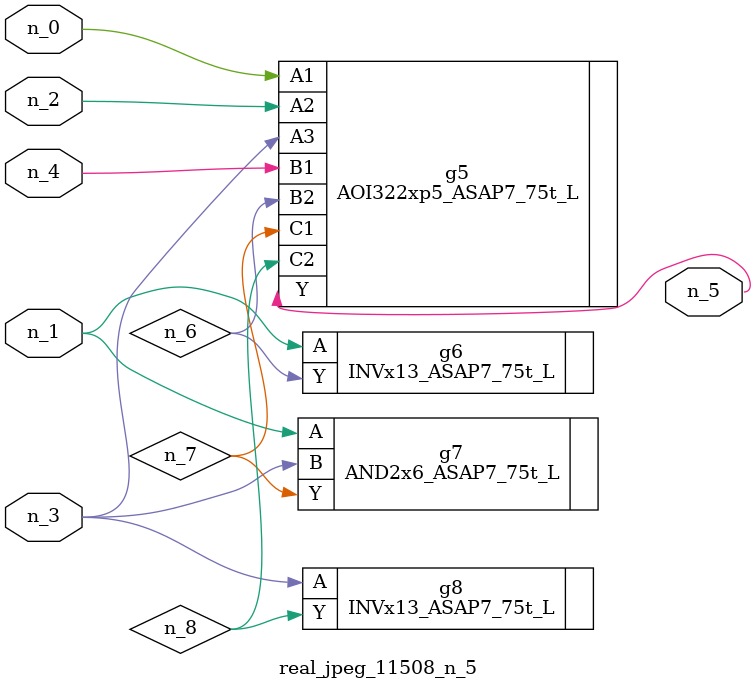
<source format=v>
module real_jpeg_11508_n_5 (n_4, n_0, n_1, n_2, n_3, n_5);

input n_4;
input n_0;
input n_1;
input n_2;
input n_3;

output n_5;

wire n_8;
wire n_6;
wire n_7;

AOI322xp5_ASAP7_75t_L g5 ( 
.A1(n_0),
.A2(n_2),
.A3(n_3),
.B1(n_4),
.B2(n_6),
.C1(n_7),
.C2(n_8),
.Y(n_5)
);

INVx13_ASAP7_75t_L g6 ( 
.A(n_1),
.Y(n_6)
);

AND2x6_ASAP7_75t_L g7 ( 
.A(n_1),
.B(n_3),
.Y(n_7)
);

INVx13_ASAP7_75t_L g8 ( 
.A(n_3),
.Y(n_8)
);


endmodule
</source>
